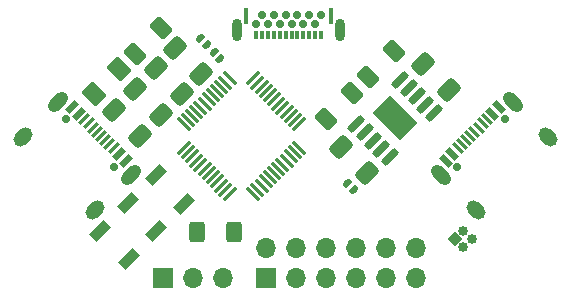
<source format=gts>
G04 #@! TF.GenerationSoftware,KiCad,Pcbnew,8.0.4*
G04 #@! TF.CreationDate,2024-08-10T17:47:18+02:00*
G04 #@! TF.ProjectId,debubo,64656275-626f-42e6-9b69-6361645f7063,0*
G04 #@! TF.SameCoordinates,Original*
G04 #@! TF.FileFunction,Soldermask,Top*
G04 #@! TF.FilePolarity,Negative*
%FSLAX46Y46*%
G04 Gerber Fmt 4.6, Leading zero omitted, Abs format (unit mm)*
G04 Created by KiCad (PCBNEW 8.0.4) date 2024-08-10 17:47:18*
%MOMM*%
%LPD*%
G01*
G04 APERTURE LIST*
G04 Aperture macros list*
%AMRoundRect*
0 Rectangle with rounded corners*
0 $1 Rounding radius*
0 $2 $3 $4 $5 $6 $7 $8 $9 X,Y pos of 4 corners*
0 Add a 4 corners polygon primitive as box body*
4,1,4,$2,$3,$4,$5,$6,$7,$8,$9,$2,$3,0*
0 Add four circle primitives for the rounded corners*
1,1,$1+$1,$2,$3*
1,1,$1+$1,$4,$5*
1,1,$1+$1,$6,$7*
1,1,$1+$1,$8,$9*
0 Add four rect primitives between the rounded corners*
20,1,$1+$1,$2,$3,$4,$5,0*
20,1,$1+$1,$4,$5,$6,$7,0*
20,1,$1+$1,$6,$7,$8,$9,0*
20,1,$1+$1,$8,$9,$2,$3,0*%
%AMHorizOval*
0 Thick line with rounded ends*
0 $1 width*
0 $2 $3 position (X,Y) of the first rounded end (center of the circle)*
0 $4 $5 position (X,Y) of the second rounded end (center of the circle)*
0 Add line between two ends*
20,1,$1,$2,$3,$4,$5,0*
0 Add two circle primitives to create the rounded ends*
1,1,$1,$2,$3*
1,1,$1,$4,$5*%
%AMRotRect*
0 Rectangle, with rotation*
0 The origin of the aperture is its center*
0 $1 length*
0 $2 width*
0 $3 Rotation angle, in degrees counterclockwise*
0 Add horizontal line*
21,1,$1,$2,0,0,$3*%
%AMFreePoly0*
4,1,13,-0.250000,0.125000,-0.230969,0.220671,-0.176777,0.301777,-0.095671,0.355970,0.000000,0.375000,0.250000,0.375000,0.250000,-0.375000,0.000000,-0.375000,-0.095671,-0.355970,-0.176777,-0.301777,-0.230969,-0.220671,-0.250000,-0.125000,-0.250000,0.125000,-0.250000,0.125000,$1*%
G04 Aperture macros list end*
%ADD10RoundRect,0.250000X0.751301X0.167938X0.167938X0.751301X-0.751301X-0.167938X-0.167938X-0.751301X0*%
%ADD11RotRect,0.900000X1.700000X135.000000*%
%ADD12FreePoly0,315.000000*%
%ADD13FreePoly0,135.000000*%
%ADD14RoundRect,0.250000X-0.751301X-0.167938X-0.167938X-0.751301X0.751301X0.167938X0.167938X0.751301X0*%
%ADD15RoundRect,0.075000X-0.521491X0.415425X0.415425X-0.521491X0.521491X-0.415425X-0.415425X0.521491X0*%
%ADD16RoundRect,0.075000X-0.521491X-0.415425X-0.415425X-0.521491X0.521491X0.415425X0.415425X0.521491X0*%
%ADD17RotRect,0.850000X0.850000X45.000000*%
%ADD18HorizOval,0.850000X0.000000X0.000000X0.000000X0.000000X0*%
%ADD19O,1.700000X1.700000*%
%ADD20R,1.700000X1.700000*%
%ADD21RoundRect,0.150000X0.380070X0.592202X-0.592202X-0.380070X-0.380070X-0.592202X0.592202X0.380070X0*%
%ADD22RotRect,2.100000X3.300000X225.000000*%
%ADD23O,0.850000X1.900000*%
%ADD24R,0.450000X1.465000*%
%ADD25R,0.300000X0.800000*%
%ADD26C,0.700000*%
%ADD27RotRect,0.550000X1.100000X45.000000*%
%ADD28RotRect,0.300000X1.100000X45.000000*%
%ADD29HorizOval,1.100000X-0.318198X0.318198X0.318198X-0.318198X0*%
%ADD30HorizOval,1.200000X-0.212132X0.212132X0.212132X-0.212132X0*%
%ADD31RotRect,0.550000X1.100000X315.000000*%
%ADD32RotRect,0.300000X1.100000X315.000000*%
%ADD33HorizOval,1.100000X-0.318198X-0.318198X0.318198X0.318198X0*%
%ADD34HorizOval,1.200000X-0.212132X-0.212132X0.212132X0.212132X0*%
%ADD35RoundRect,0.250001X0.114905X-0.768977X0.768977X-0.114905X-0.114905X0.768977X-0.768977X0.114905X0*%
%ADD36RoundRect,0.250000X0.159099X-0.724784X0.724784X-0.159099X-0.159099X0.724784X-0.724784X0.159099X0*%
%ADD37RoundRect,0.250000X-0.159099X0.724784X-0.724784X0.159099X0.159099X-0.724784X0.724784X-0.159099X0*%
%ADD38RoundRect,0.250000X0.400000X0.625000X-0.400000X0.625000X-0.400000X-0.625000X0.400000X-0.625000X0*%
G04 APERTURE END LIST*
D10*
X132699954Y-91199954D03*
X130490246Y-88990246D03*
D11*
X128202082Y-105152082D03*
X125797918Y-102747918D03*
D12*
X134234314Y-86434314D03*
D13*
X134800000Y-87000000D03*
D10*
X128740246Y-90740246D03*
X130949954Y-92949954D03*
X148354854Y-97854854D03*
X146145146Y-95645146D03*
D14*
X153145146Y-88645146D03*
X155354854Y-90854854D03*
X132145146Y-87290246D03*
X134354854Y-89499954D03*
D15*
X136751212Y-89862124D03*
X136397658Y-90215678D03*
X136044105Y-90569231D03*
X135690551Y-90922785D03*
X135336998Y-91276338D03*
X134983445Y-91629891D03*
X134629891Y-91983445D03*
X134276338Y-92336998D03*
X133922785Y-92690551D03*
X133569231Y-93044105D03*
X133215678Y-93397658D03*
X132862124Y-93751212D03*
D16*
X132862124Y-95748788D03*
X133215678Y-96102342D03*
X133569231Y-96455895D03*
X133922785Y-96809449D03*
X134276338Y-97163002D03*
X134629891Y-97516555D03*
X134983445Y-97870109D03*
X135336998Y-98223662D03*
X135690551Y-98577215D03*
X136044105Y-98930769D03*
X136397658Y-99284322D03*
X136751212Y-99637876D03*
D15*
X138748788Y-99637876D03*
X139102342Y-99284322D03*
X139455895Y-98930769D03*
X139809449Y-98577215D03*
X140163002Y-98223662D03*
X140516555Y-97870109D03*
X140870109Y-97516555D03*
X141223662Y-97163002D03*
X141577215Y-96809449D03*
X141930769Y-96455895D03*
X142284322Y-96102342D03*
X142637876Y-95748788D03*
D16*
X142637876Y-93751212D03*
X142284322Y-93397658D03*
X141930769Y-93044105D03*
X141577215Y-92690551D03*
X141223662Y-92336998D03*
X140870109Y-91983445D03*
X140516555Y-91629891D03*
X140163002Y-91276338D03*
X139809449Y-90922785D03*
X139455895Y-90569231D03*
X139102342Y-90215678D03*
X138748788Y-89862124D03*
D17*
X155850000Y-103450000D03*
D18*
X156557107Y-102742893D03*
X156557107Y-104157107D03*
X157264214Y-103450000D03*
D12*
X146717157Y-98717157D03*
D13*
X147282843Y-99282843D03*
D19*
X136225000Y-106750000D03*
X133685000Y-106750000D03*
D20*
X131145000Y-106750000D03*
D21*
X154029208Y-92799219D03*
X153322101Y-92092113D03*
X152614994Y-91385006D03*
X151907887Y-90677899D03*
X151200781Y-89970792D03*
X147470792Y-93700781D03*
X148177899Y-94407887D03*
X148885006Y-95114994D03*
X149592113Y-95822101D03*
X150299219Y-96529208D03*
D22*
X150750000Y-93250000D03*
D23*
X146100000Y-85800001D03*
D24*
X145325000Y-84532500D03*
X138175000Y-84532500D03*
D23*
X137400000Y-85800001D03*
D25*
X139000000Y-86150000D03*
X139500000Y-86150000D03*
X140000001Y-86150000D03*
X140500000Y-86150000D03*
X140999999Y-86150000D03*
X141500000Y-86150000D03*
X142000000Y-86150000D03*
X142500001Y-86150000D03*
X143000000Y-86150000D03*
X143499999Y-86150000D03*
X144000000Y-86150000D03*
X144500000Y-86150000D03*
D26*
X144500000Y-84500000D03*
X144000000Y-85220000D03*
X143500000Y-84500000D03*
X143000000Y-85220000D03*
X142500000Y-84500000D03*
X142000000Y-85220000D03*
X141500000Y-84500000D03*
X141000000Y-85220000D03*
X140500000Y-84500000D03*
X140000000Y-85220000D03*
X139500000Y-84500000D03*
X139000000Y-85220000D03*
D11*
X132902082Y-100452082D03*
X130497918Y-98047918D03*
X130552082Y-102802082D03*
X128147918Y-100397918D03*
D26*
X156016210Y-97353287D03*
X160103287Y-93266210D03*
D27*
X155040403Y-96815886D03*
X155606088Y-96250201D03*
D28*
X156419261Y-95437028D03*
X157126368Y-94729921D03*
X157479921Y-94376368D03*
X158187028Y-93669261D03*
D27*
X159565886Y-92290403D03*
X159000201Y-92856088D03*
D28*
X158540581Y-93315708D03*
X157833474Y-94022814D03*
X156772814Y-95083474D03*
X156065708Y-95790581D03*
D29*
X154633816Y-98000290D03*
D30*
X157603665Y-100970138D03*
D29*
X160750290Y-91883816D03*
D30*
X163720138Y-94853665D03*
D10*
X129199954Y-94699954D03*
X126990246Y-92490246D03*
D13*
X135982843Y-88200000D03*
D12*
X135417157Y-87634314D03*
D26*
X122896713Y-93266210D03*
X126983790Y-97353287D03*
D31*
X123434114Y-92290403D03*
X123999799Y-92856088D03*
D32*
X124812972Y-93669261D03*
X125520079Y-94376368D03*
X125873632Y-94729921D03*
X126580739Y-95437028D03*
D31*
X127959597Y-96815886D03*
X127393912Y-96250201D03*
D32*
X126934292Y-95790581D03*
X126227186Y-95083474D03*
X125166526Y-94022814D03*
X124459419Y-93315708D03*
D33*
X122249710Y-91883816D03*
D34*
X119279862Y-94853665D03*
D33*
X128366184Y-98000290D03*
D34*
X125396335Y-100970138D03*
D19*
X152510000Y-104210000D03*
X152510000Y-106750000D03*
X149970000Y-104210000D03*
X149970000Y-106750000D03*
X147430000Y-104210000D03*
X147430000Y-106750000D03*
X144890000Y-104210000D03*
X144890000Y-106750000D03*
X142350000Y-104210000D03*
X142350000Y-106750000D03*
X139810000Y-104210000D03*
D20*
X139810000Y-106750000D03*
D35*
X127397821Y-89102179D03*
X125294179Y-91205821D03*
D36*
X148499984Y-89750016D03*
X150692016Y-87557984D03*
D37*
X130942016Y-85557984D03*
X128749984Y-87750016D03*
X144955784Y-93294216D03*
X147147816Y-91102184D03*
D38*
X137100000Y-102900000D03*
X133999998Y-102900000D03*
M02*

</source>
